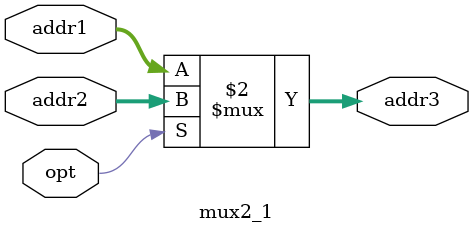
<source format=v>
`timescale 1ns / 1ps


module mux2_1(
    input [31:0] addr1,//pc+4
    input [31:0] addr2,//pc+offset
    input opt,
    output wire [31:0] addr3
    );
//    always@(*)begin
//        case(opt)
//            1'b0:begin
//                addr3<=addr1;
//            end
//            1'b1:begin
//                addr3<=addr2;
//            end
//        endcase
//    end
    assign addr3=(opt==1'b1)?addr2:addr1;
endmodule

</source>
